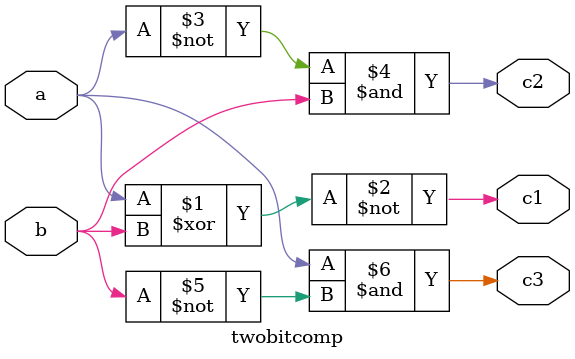
<source format=v>
`timescale 1ns / 1ps


module twobitcomp(input a,b,output c1,c2,c3);
assign c1=~(a^b);
assign c2=~a&b;
assign c3=a&~b;
endmodule

</source>
